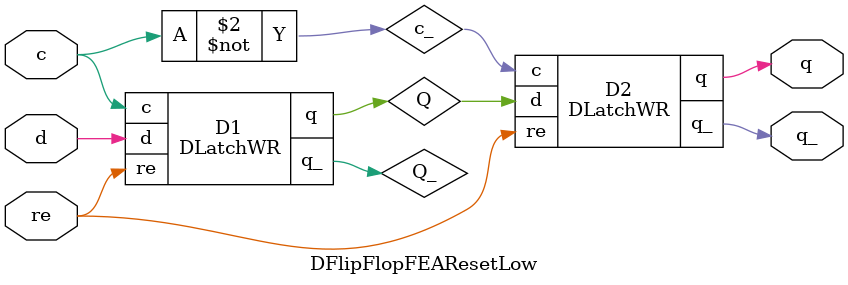
<source format=v>
module NotGate(a,b) ;

output b ;
input a ;

nand(b,a,a) ;

endmodule 

module AndGate(a,b,c) ;

output c ;
input a,b ;
wire x ;

nand(x,a,b) ;
nand(c,x,x) ; 

endmodule 

module OrGate(a,b,c) ;

output c ;
input a,b ;
wire x,y ;

nand(x,a,a) ;
nand(y,b,b) ;
nand(c,x,y) ;

endmodule 

module Mux2x1(a,b,s,c) ;

output c ;
input a,b,s ;
wire x,y,z ;

NotGate NG_1(s,z );
AndGate AG_1(a,z,x) ;
AndGate AG_2(b,s,y) ;
OrGate OG_1(x,y,c) ;

endmodule 

module Nand3(a,b,c,o) ;

output o ;
input a,b,c ;
wire x,y ;

AndGate A(a,b,x) ;
AndGate B(x,c,y) ;
NotGate C(y,o) ;

endmodule 

module DLatchWR(d,c,q,q_,re) ;

output q,q_ ;
input d,c,re ;
wire c_,s,r,x,y,re_ ;

AndGate S(d,d,s) ;
NotGate R(d,r) ;

nand(x,c,s) ;
nand(y,c,r) ;
Nand3 N1(q_,x,1'b1,q) ;
Nand3 N2(q,y,re,q_) ;

endmodule 

module DFlipFlopFEAResetLow(d,c,q,q_,re) ;

output q,q_ ;
input d,c,re ;
wire Q,Q_,c_ ;

nand(c_,c,c) ;

DLatchWR D1(d,c,Q,Q_,re) ;
DLatchWR D2(Q,c_,q,q_,re) ;

endmodule 


</source>
